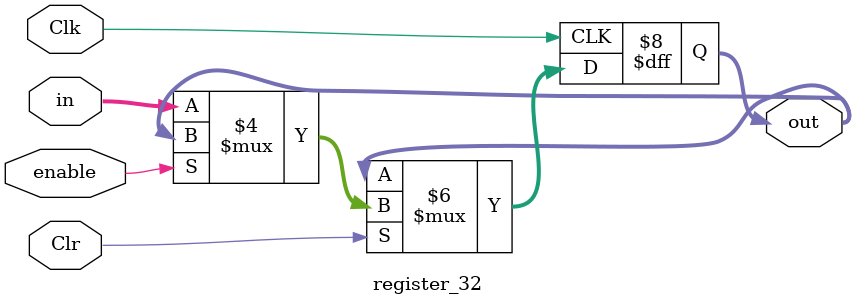
<source format=v>
module register_32 (output reg [31:0] out, input [31:0] in, input enable, Clr, Clk);
always @ (posedge Clk, negedge Clr)
	if (!Clr) Out <= 32'h00000000;
	else if (!enable) out <= in;
endmodule

</source>
